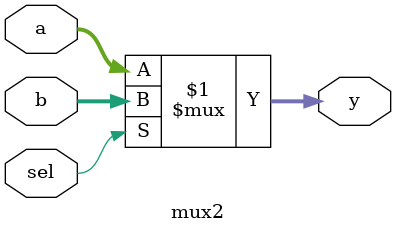
<source format=v>

module mux2( sel, a, b, y );
    input sel;
    input  [31:0] a, b;
    output [31:0] y;

    assign y = sel ? b : a;
endmodule

</source>
